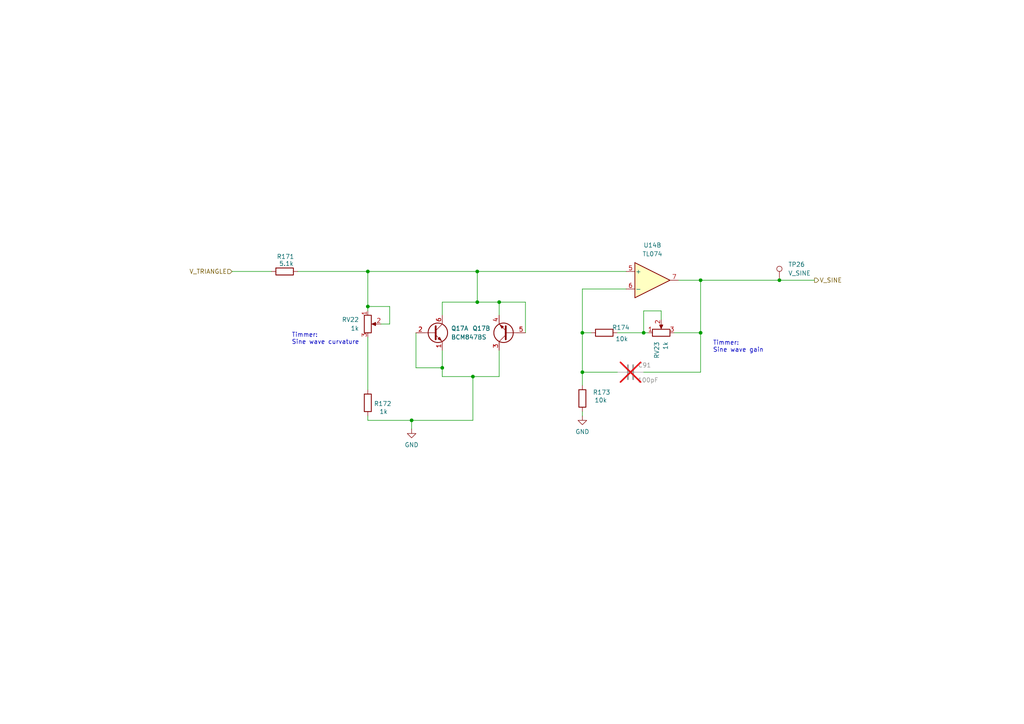
<source format=kicad_sch>
(kicad_sch (version 20250114) (generator "eeschema") (generator_version "9.0")
  (paper "A4")
  (lib_symbols
    (symbol "Amplifier_Operational:TL074" (pin_names (offset 0.127))
      (property "Reference" "U" (at 0 5.08 0))
      (property "Value" "TL074" (at 0 -5.08 0))
      (symbol "TL074_1_1"
        (polyline (pts (xy -5.08 5.08) (xy 5.08 0) (xy -5.08 -5.08) (xy -5.08 5.08)) (stroke (width 0.254)) (fill (type background)))
        (pin input line (at -7.62 2.54 0) (length 2.54) (name "+") (number "3"))
        (pin input line (at -7.62 -2.54 0) (length 2.54) (name "-") (number "2"))
        (pin output line (at 7.62 0 180) (length 2.54) (name "~") (number "1"))
      )
      (symbol "TL074_2_1"
        (polyline (pts (xy -5.08 5.08) (xy 5.08 0) (xy -5.08 -5.08) (xy -5.08 5.08)) (stroke (width 0.254)) (fill (type background)))
        (pin input line (at -7.62 2.54 0) (length 2.54) (name "+") (number "5"))
        (pin input line (at -7.62 -2.54 0) (length 2.54) (name "-") (number "6"))
        (pin output line (at 7.62 0 180) (length 2.54) (name "~") (number "7"))
      )
      (symbol "TL074_3_1"
        (polyline (pts (xy -5.08 5.08) (xy 5.08 0) (xy -5.08 -5.08) (xy -5.08 5.08)) (stroke (width 0.254)) (fill (type background)))
        (pin input line (at -7.62 2.54 0) (length 2.54) (name "+") (number "10"))
        (pin input line (at -7.62 -2.54 0) (length 2.54) (name "-") (number "9"))
        (pin output line (at 7.62 0 180) (length 2.54) (name "~") (number "8"))
      )
      (symbol "TL074_4_1"
        (polyline (pts (xy -5.08 5.08) (xy 5.08 0) (xy -5.08 -5.08) (xy -5.08 5.08)) (stroke (width 0.254)) (fill (type background)))
        (pin input line (at -7.62 2.54 0) (length 2.54) (name "+") (number "12"))
        (pin input line (at -7.62 -2.54 0) (length 2.54) (name "-") (number "13"))
        (pin output line (at 7.62 0 180) (length 2.54) (name "~") (number "14"))
      )
      (symbol "TL074_5_1"
        (pin power_in line (at -2.54 7.62 270) (length 3.81) (name "V+") (number "4"))
        (pin power_in line (at -2.54 -7.62 90) (length 3.81) (name "V-") (number "11"))
      )
    )
    (symbol "Connector:TestPoint" (pin_numbers (hide yes)) (pin_names (offset 0.762) (hide yes))
      (property "Reference" "TP" (at 0 6.858 0))
      (property "Value" "TestPoint" (at 0 5.08 0))
      (symbol "TestPoint_0_1"
        (circle (center 0 3.302) (radius 0.762))
      )
      (symbol "TestPoint_1_1"
        (pin passive line (at 0 0 90) (length 2.54) (name "1") (number "1"))
      )
    )
    (symbol "Device:C" (pin_numbers (hide yes)) (pin_names (offset 0.254))
      (property "Reference" "C" (at 0.635 2.54 0))
      (property "Value" "C" (at 0.635 -2.54 0))
      (symbol "C_0_1"
        (polyline (pts (xy -2.032 0.762) (xy 2.032 0.762)) (stroke (width 0.508)))
        (polyline (pts (xy -2.032 -0.762) (xy 2.032 -0.762)) (stroke (width 0.508)))
      )
      (symbol "C_1_1"
        (pin passive line (at 0 3.81 270) (length 2.794) (name "~") (number "1"))
        (pin passive line (at 0 -3.81 90) (length 2.794) (name "~") (number "2"))
      )
    )
    (symbol "Device:R" (pin_numbers (hide yes)) (pin_names (offset 0))
      (property "Reference" "R" (at 2.032 0 90))
      (property "Value" "R" (at 0 0 90))
      (symbol "R_0_1"
        (rectangle (start -1.016 -2.54) (end 1.016 2.54) (stroke (width 0.254)))
      )
      (symbol "R_1_1"
        (pin passive line (at 0 3.81 270) (length 1.27) (name "~") (number "1"))
        (pin passive line (at 0 -3.81 90) (length 1.27) (name "~") (number "2"))
      )
    )
    (symbol "Device:R_Potentiometer" (pin_names (offset 1.016) (hide yes))
      (property "Reference" "RV" (at -4.445 0 90))
      (property "Value" "R_Potentiometer" (at -2.54 0 90))
      (symbol "R_Potentiometer_0_1"
        (rectangle (start 1.016 2.54) (end -1.016 -2.54) (stroke (width 0.254)))
        (polyline (pts (xy 1.143 0) (xy 2.286 0.508) (xy 2.286 -0.508) (xy 1.143 0)) (fill (type outline)))
        (polyline (pts (xy 2.54 0) (xy 1.524 0)))
      )
      (symbol "R_Potentiometer_1_1"
        (pin passive line (at 0 3.81 270) (length 1.27) (name "1") (number "1"))
        (pin passive line (at 0 -3.81 90) (length 1.27) (name "3") (number "3"))
        (pin passive line (at 3.81 0 180) (length 1.27) (name "2") (number "2"))
      )
    )
    (symbol "Transistor_BJT:BC847BS" (pin_names (offset 0) (hide yes))
      (property "Reference" "Q" (at 5.08 1.27 0))
      (property "Value" "BC847BS" (at 5.08 -1.27 0))
      (symbol "BC847BS_0_1"
        (polyline (pts (xy 0.635 1.905) (xy 0.635 -1.905)) (stroke (width 0.508)))
        (polyline (pts (xy 0.635 0.635) (xy 2.54 2.54)))
        (polyline (pts (xy 0.635 0) (xy -2.54 0)))
        (polyline (pts (xy 0.635 -0.635) (xy 2.54 -2.54)))
        (circle (center 1.27 0) (radius 2.8194) (stroke (width 0.254)))
        (polyline (pts (xy 1.27 -1.778) (xy 1.778 -1.27) (xy 2.286 -2.286) (xy 1.27 -1.778)) (fill (type outline)))
      )
      (symbol "BC847BS_1_1"
        (pin input line (at -5.08 0 0) (length 2.54) (name "B1") (number "2"))
        (pin passive line (at 2.54 5.08 270) (length 2.54) (name "C1") (number "6"))
        (pin passive line (at 2.54 -5.08 90) (length 2.54) (name "E1") (number "1"))
      )
      (symbol "BC847BS_2_1"
        (pin input line (at -5.08 0 0) (length 2.54) (name "B2") (number "5"))
        (pin passive line (at 2.54 5.08 270) (length 2.54) (name "C2") (number "3"))
        (pin passive line (at 2.54 -5.08 90) (length 2.54) (name "E2") (number "4"))
      )
    )
    (symbol "power:GND" (power) (pin_numbers (hide yes)) (pin_names (offset 0) (hide yes))
      (property "Value" "GND" (at 0 -3.81 0))
      (symbol "GND_0_1"
        (polyline (pts (xy 0 0) (xy 0 -1.27) (xy 1.27 -1.27) (xy 0 -2.54) (xy -1.27 -1.27) (xy 0 -1.27)))
      )
      (symbol "GND_1_1"
        (pin power_in line (at 0 0 270) (length 0) (name "~") (number "1"))
      )
    )
  )
  (text "Timmer:\nSine wave gain" (at 206.756 100.584 0) (effects (font (size 1.27 1.27)) (justify left)))
  (text "Timmer:\nSine wave curvature" (at 84.582 98.298 0) (effects (font (size 1.27 1.27)) (justify left)))
  (junction (at 186.69 96.52))
  (junction (at 138.43 87.63))
  (junction (at 226.06 81.28))
  (junction (at 137.16 109.22))
  (junction (at 128.27 106.68))
  (junction (at 106.68 88.9))
  (junction (at 138.43 78.74))
  (junction (at 203.2 96.52))
  (junction (at 119.38 121.92))
  (junction (at 203.2 81.28))
  (junction (at 168.91 107.95))
  (junction (at 168.91 96.52))
  (junction (at 144.78 87.63))
  (junction (at 106.68 78.74))
  (wire (pts (xy 168.91 83.82) (xy 168.91 96.52)))
  (wire (pts (xy 152.4 96.52) (xy 152.4 87.63)))
  (wire (pts (xy 113.03 93.98) (xy 113.03 88.9)))
  (wire (pts (xy 179.07 107.95) (xy 168.91 107.95)))
  (wire (pts (xy 168.91 96.52) (xy 171.45 96.52)))
  (wire (pts (xy 106.68 78.74) (xy 106.68 88.9)))
  (wire (pts (xy 191.77 92.71) (xy 191.77 90.17)))
  (wire (pts (xy 168.91 96.52) (xy 168.91 107.95)))
  (wire (pts (xy 138.43 87.63) (xy 144.78 87.63)))
  (wire (pts (xy 128.27 106.68) (xy 128.27 109.22)))
  (wire (pts (xy 203.2 107.95) (xy 203.2 96.52)))
  (wire (pts (xy 110.49 93.98) (xy 113.03 93.98)))
  (wire (pts (xy 226.06 81.28) (xy 236.22 81.28)))
  (wire (pts (xy 138.43 78.74) (xy 138.43 87.63)))
  (wire (pts (xy 106.68 121.92) (xy 106.68 120.65)))
  (wire (pts (xy 106.68 78.74) (xy 138.43 78.74)))
  (wire (pts (xy 128.27 101.6) (xy 128.27 106.68)))
  (wire (pts (xy 137.16 121.92) (xy 137.16 109.22)))
  (wire (pts (xy 195.58 96.52) (xy 203.2 96.52)))
  (wire (pts (xy 128.27 87.63) (xy 138.43 87.63)))
  (wire (pts (xy 186.69 96.52) (xy 179.07 96.52)))
  (wire (pts (xy 119.38 121.92) (xy 137.16 121.92)))
  (wire (pts (xy 144.78 109.22) (xy 144.78 101.6)))
  (wire (pts (xy 113.03 88.9) (xy 106.68 88.9)))
  (wire (pts (xy 137.16 109.22) (xy 144.78 109.22)))
  (wire (pts (xy 120.65 106.68) (xy 128.27 106.68)))
  (wire (pts (xy 191.77 90.17) (xy 186.69 90.17)))
  (wire (pts (xy 128.27 109.22) (xy 137.16 109.22)))
  (wire (pts (xy 138.43 78.74) (xy 181.61 78.74)))
  (wire (pts (xy 86.36 78.74) (xy 106.68 78.74)))
  (wire (pts (xy 119.38 124.46) (xy 119.38 121.92)))
  (wire (pts (xy 78.74 78.74) (xy 67.31 78.74)))
  (wire (pts (xy 106.68 88.9) (xy 106.68 90.17)))
  (wire (pts (xy 106.68 97.79) (xy 106.68 113.03)))
  (wire (pts (xy 144.78 87.63) (xy 144.78 91.44)))
  (wire (pts (xy 120.65 96.52) (xy 120.65 106.68)))
  (wire (pts (xy 187.96 96.52) (xy 186.69 96.52)))
  (wire (pts (xy 203.2 81.28) (xy 203.2 96.52)))
  (wire (pts (xy 168.91 83.82) (xy 181.61 83.82)))
  (wire (pts (xy 186.69 90.17) (xy 186.69 96.52)))
  (wire (pts (xy 119.38 121.92) (xy 106.68 121.92)))
  (wire (pts (xy 168.91 107.95) (xy 168.91 111.76)))
  (wire (pts (xy 128.27 87.63) (xy 128.27 91.44)))
  (wire (pts (xy 203.2 81.28) (xy 226.06 81.28)))
  (wire (pts (xy 144.78 87.63) (xy 152.4 87.63)))
  (wire (pts (xy 196.85 81.28) (xy 203.2 81.28)))
  (wire (pts (xy 168.91 120.65) (xy 168.91 119.38)))
  (wire (pts (xy 186.69 107.95) (xy 203.2 107.95)))
  (hierarchical_label "V_TRIANGLE" (shape input) (at 67.31 78.74 180))
  (hierarchical_label "V_SINE" (shape output) (at 236.22 81.28 0))
  (symbol (lib_id "Device:R_Potentiometer") (at 106.68 93.98 0) (unit 1)
    (property "Reference" "RV22" (at 104.14 92.7099 0) (effects (justify right)))
    (property "Value" "1k" (at 104.14 95.2499 0) (effects (justify right)))
    (property "Footprint" "Potentiometer_THT:Potentiometer_Bourns_3296W_Vertical" (effects (hide yes)))
    (property "Description" "Potentiometer" (effects (hide yes)))
    (property "Manufacturer PartNumer" "3296W-102-LF" (effects (hide yes)))
    (property "Manufacturer" "KESHY" (effects (hide yes)))
    (instances (project "midi_vco_module" (path "" (reference "RV22") (unit 1)) (path "" (reference "RV9") (unit 1))))
  )
  (symbol (lib_id "Device:R_Potentiometer") (at 191.77 96.52 90) (unit 1)
    (property "Reference" "RV23" (at 190.4999 99.06 0) (effects (justify right)))
    (property "Value" "1k" (at 193.0399 99.06 0) (effects (justify right)))
    (property "Footprint" "Potentiometer_THT:Potentiometer_Bourns_3296W_Vertical" (effects (hide yes)))
    (property "Description" "Potentiometer" (effects (hide yes)))
    (property "Manufacturer PartNumer" "3296W-102-LF" (effects (hide yes)))
    (property "Manufacturer" "KESHY" (effects (hide yes)))
    (instances (project "midi_vco_module" (path "" (reference "RV23") (unit 1)) (path "" (reference "RV10") (unit 1))))
  )
  (symbol (lib_id "Amplifier_Operational:TL074") (at 189.23 81.28 0) (unit 2)
    (property "Reference" "U14" (at 189.23 71.12 0))
    (property "Value" "TL074" (at 189.23 73.66 0))
    (property "Footprint" "Package_SO:SOIC-14_3.9x8.7mm_P1.27mm" (effects (hide yes)))
    (property "Datasheet" "http://www.ti.com/lit/ds/symlink/tl071.pdf" (effects (hide yes)))
    (property "Description" "Quad Low-Noise JFET-Input Operational Amplifiers, DIP-14/SOIC-14" (effects (hide yes)))
    (property "Manufacturer PartNumer" "TL074HIDR" (effects (hide yes)))
    (property "Manufacturer" "Texas Instruments" (effects (hide yes)))
    (instances (project "midi_vco_module" (path "" (reference "U14") (unit 2)) (path "" (reference "U24") (unit 2))))
  )
  (symbol (lib_id "Transistor_BJT:BC847BS") (at 125.73 96.52 0) (unit 1)
    (property "Reference" "Q17" (at 130.81 95.2499 0) (effects (justify left)))
    (property "Value" "BCM847BS" (at 130.81 97.7899 0) (effects (justify left)))
    (property "Footprint" "Package_TO_SOT_SMD:SOT-363_SC-70-6" (effects (hide yes)))
    (property "Datasheet" "https://assets.nexperia.com/documents/data-sheet/BCM847BS.pdf" (effects (hide yes)))
    (property "Description" "100mA IC, 45V Vce, Dual NPN/NPN Transistors, SOT-363" (effects (hide yes)))
    (property "Manufacturer" "Diotec Semiconductor" (effects (hide yes)))
    (property "Manufacturer PartNumer" "BCM847BS" (effects (hide yes)))
    (instances (project "midi_vco_module" (path "" (reference "Q17") (unit 1)) (path "" (reference "Q11") (unit 1))))
  )
  (symbol (lib_id "Device:C") (at 182.88 107.95 90) (unit 1) (dnp yes)
    (property "Reference" "C91" (at 186.944 105.918 90))
    (property "Value" "100pF" (at 187.96 110.236 90))
    (property "Footprint" "Capacitor_SMD:C_0402_1005Metric" (effects (hide yes)))
    (property "Description" "Unpolarized capacitor" (effects (hide yes)))
    (property "Manufacturer" "MURATA" (effects (hide yes)))
    (property "Manufacturer PartNumer" "GCM1555C1H101FA16J" (effects (hide yes)))
    (instances (project "midi_vco_module" (path "" (reference "C91") (unit 1)) (path "" (reference "C66") (unit 1))))
  )
  (symbol (lib_id "Device:R") (at 82.55 78.74 90) (unit 1)
    (property "Reference" "R171" (at 82.804 74.422 90))
    (property "Value" "5.1k" (at 83.058 76.454 90))
    (property "Footprint" "Resistor_SMD:R_0402_1005Metric" (effects (hide yes)))
    (property "Description" "Resistor" (effects (hide yes)))
    (property "Manufacturer PartNumer" "RT0402FRE075K1L" (effects (hide yes)))
    (property "Manufacturer" "YAGEO" (effects (hide yes)))
    (instances (project "midi_vco_module" (path "" (reference "R171") (unit 1)) (path "" (reference "R101") (unit 1))))
  )
  (symbol (lib_id "Connector:TestPoint") (at 226.06 81.28 0) (unit 1) (in_bom no)
    (property "Reference" "TP26" (at 228.6 76.7079 0) (effects (justify left)))
    (property "Value" "V_SINE" (at 228.6 79.2479 0) (effects (justify left)))
    (property "Footprint" "TestPoint:TestPoint_Pad_1.0x1.0mm" (effects (hide yes)))
    (property "Description" "test point" (effects (hide yes)))
    (instances (project "midi_vco_module" (path "" (reference "TP26") (unit 1)) (path "" (reference "TP16") (unit 1))))
  )
  (symbol (lib_id "power:GND") (at 119.38 124.46 0) (unit 1)
    (property "Reference" "#PWR0309" (effects (hide yes)))
    (property "Value" "GND" (at 119.38 129.032 0))
    (property "Description" "Power symbol creates a global label with name \"GND\" , ground" (effects (hide yes)))
    (instances (project "midi_vco_module" (path "" (reference "#PWR0309") (unit 1)) (path "" (reference "#PWR0242") (unit 1))))
  )
  (symbol (lib_id "Device:R") (at 175.26 96.52 90) (unit 1)
    (property "Reference" "R174" (at 180.086 94.996 90))
    (property "Value" "10k" (at 180.34 98.298 90))
    (property "Footprint" "Resistor_SMD:R_0402_1005Metric" (effects (hide yes)))
    (property "Description" "Resistor" (effects (hide yes)))
    (property "Manufacturer PartNumer" "RT0402FRE0710KL" (effects (hide yes)))
    (property "Manufacturer" "YAGEO" (effects (hide yes)))
    (instances (project "midi_vco_module" (path "" (reference "R174") (unit 1)) (path "" (reference "R104") (unit 1))))
  )
  (symbol (lib_id "Device:R") (at 106.68 116.84 0) (unit 1)
    (property "Reference" "R172" (at 110.998 117.094 0))
    (property "Value" "1k" (at 111.252 119.38 0))
    (property "Footprint" "Resistor_SMD:R_0402_1005Metric" (effects (hide yes)))
    (property "Description" "Resistor" (effects (hide yes)))
    (property "Manufacturer" "YAGEO" (effects (hide yes)))
    (property "Manufacturer PartNumer" "RT0402FRE071KL" (effects (hide yes)))
    (instances (project "midi_vco_module" (path "" (reference "R172") (unit 1)) (path "" (reference "R102") (unit 1))))
  )
  (symbol (lib_id "power:GND") (at 168.91 120.65 0) (unit 1)
    (property "Reference" "#PWR0310" (effects (hide yes)))
    (property "Value" "GND" (at 168.91 125.222 0))
    (property "Description" "Power symbol creates a global label with name \"GND\" , ground" (effects (hide yes)))
    (instances (project "midi_vco_module" (path "" (reference "#PWR0310") (unit 1)) (path "" (reference "#PWR0243") (unit 1))))
  )
  (symbol (lib_id "Transistor_BJT:BC847BS") (at 147.32 96.52 180) (unit 2)
    (property "Reference" "Q17" (at 142.24 95.2499 0) (effects (justify left)))
    (property "Value" "BCM847BS" (effects (hide yes)))
    (property "Footprint" "Package_TO_SOT_SMD:SOT-363_SC-70-6" (effects (hide yes)))
    (property "Datasheet" "https://assets.nexperia.com/documents/data-sheet/BCM847BS.pdf" (effects (hide yes)))
    (property "Description" "100mA IC, 45V Vce, Dual NPN/NPN Transistors, SOT-363" (effects (hide yes)))
    (property "Manufacturer" "Diotec Semiconductor" (effects (hide yes)))
    (property "Manufacturer PartNumer" "BCM847BS" (effects (hide yes)))
    (instances (project "midi_vco_module" (path "" (reference "Q17") (unit 2)) (path "" (reference "Q11") (unit 2))))
  )
  (symbol (lib_id "Device:R") (at 168.91 115.57 180) (unit 1)
    (property "Reference" "R173" (at 174.498 113.792 0))
    (property "Value" "10k" (at 174.244 116.078 0))
    (property "Footprint" "Resistor_SMD:R_0402_1005Metric" (effects (hide yes)))
    (property "Description" "Resistor" (effects (hide yes)))
    (property "Manufacturer PartNumer" "RT0402FRE0710KL" (effects (hide yes)))
    (property "Manufacturer" "YAGEO" (effects (hide yes)))
    (instances (project "midi_vco_module" (path "" (reference "R173") (unit 1)) (path "" (reference "R103") (unit 1))))
  )
)
</source>
